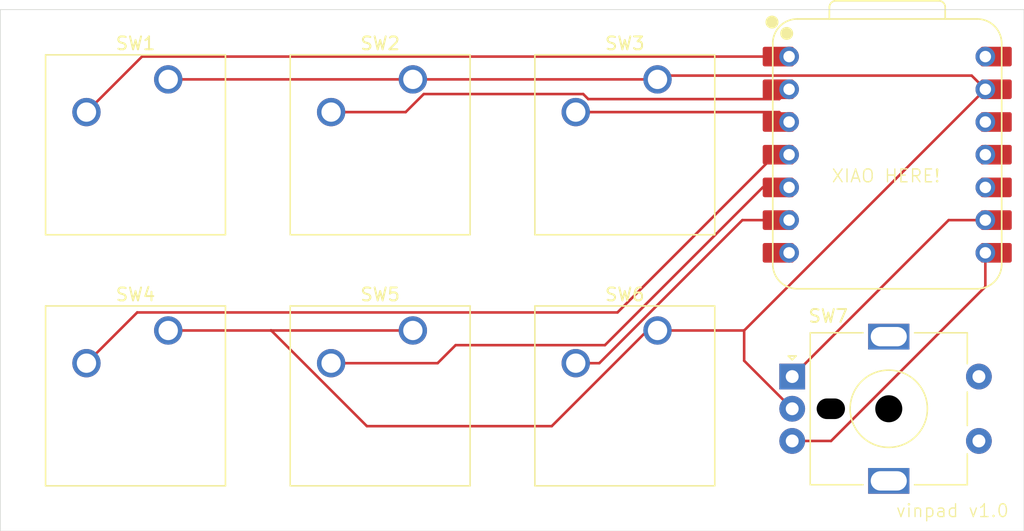
<source format=kicad_pcb>
(kicad_pcb (version 20241229) (generator "pcbnew") (generator_version "9.0")
  (layers (0 "F.Cu" signal) (2 "B.Cu" signal) (13 "F.Paste" user) (15 "B.Paste" user) (5 "F.SilkS" user "F.Silkscreen") (7 "B.SilkS" user "B.Silkscreen") (1 "F.Mask" user) (3 "B.Mask" user) (25 "Edge.Cuts" user))
  (net 0 "")
  (net 1 "GND")
  (net 2 "Net-(U1-GPIO29{slash}ADC3{slash}A3)")
  (net 3 "Net-(U1-GPIO1{slash}RX)")
  (net 4 "Net-(U1-GPIO26{slash}ADC0{slash}A0)")
  (net 5 "Net-(U1-GPIO2{slash}SCK)")
  (net 6 "Net-(U1-GPIO6{slash}SDA)")
  (net 7 "Net-(U1-GPIO7{slash}SCL)")
  (net 8 "+5V")
  (net 9 "Net-(U1-GPIO27{slash}ADC1{slash}A1)")
  (net 10 "Net-(U1-GPIO28{slash}ADC2{slash}A2)")
  (footprint "Button_Switch_Keyboard:SW_Cherry_MX_1.00u_PCB" (layer "F.Cu") (at 191.04 45.42)
    (property "Reference" "SW3" (at -2.54 -2.794 0) (layer "F.SilkS"))
    (property "Value" "SW_Push")
    (fp_line (start -9.525 -1.905) (end 4.445 -1.905) (stroke (width 0.12)) (layer "F.SilkS"))
    (fp_line (start -9.525 12.065) (end -9.525 -1.905) (stroke (width 0.12)) (layer "F.SilkS"))
    (fp_line (start 4.445 -1.905) (end 4.445 12.065) (stroke (width 0.12)) (layer "F.SilkS"))
    (fp_line (start 4.445 12.065) (end -9.525 12.065) (stroke (width 0.12)) (layer "F.SilkS"))
    (pad "" np_thru_hole circle (at -7.62 5.08) (size 1.7 1.7) (drill 1.7) (layers "*.Cu" "*.Mask"))
    (pad "" np_thru_hole circle (at -2.54 5.08) (size 4 4) (drill 4) (layers "*.Cu" "*.Mask"))
    (pad "" np_thru_hole circle (at 2.54 5.08) (size 1.7 1.7) (drill 1.7) (layers "*.Cu" "*.Mask"))
    (pad "1" thru_hole circle (at 0 0) (size 2.2 2.2) (drill 1.5) (layers "*.Cu" "*.Mask") (net 1 "GND"))
    (pad "2" thru_hole circle (at -6.35 2.54) (size 2.2 2.2) (drill 1.5) (layers "*.Cu" "*.Mask") (net 10 "Net-(U1-GPIO28{slash}ADC2{slash}A2)"))
  )
  (footprint "Button_Switch_Keyboard:SW_Cherry_MX_1.00u_PCB" (layer "F.Cu") (at 172.04 64.92)
    (property "Reference" "SW5" (at -2.54 -2.794 0) (layer "F.SilkS"))
    (property "Value" "SW_Push")
    (fp_line (start -9.525 -1.905) (end 4.445 -1.905) (stroke (width 0.12)) (layer "F.SilkS"))
    (fp_line (start -9.525 12.065) (end -9.525 -1.905) (stroke (width 0.12)) (layer "F.SilkS"))
    (fp_line (start 4.445 -1.905) (end 4.445 12.065) (stroke (width 0.12)) (layer "F.SilkS"))
    (fp_line (start 4.445 12.065) (end -9.525 12.065) (stroke (width 0.12)) (layer "F.SilkS"))
    (pad "" np_thru_hole circle (at -7.62 5.08) (size 1.7 1.7) (drill 1.7) (layers "*.Cu" "*.Mask"))
    (pad "" np_thru_hole circle (at -2.54 5.08) (size 4 4) (drill 4) (layers "*.Cu" "*.Mask"))
    (pad "" np_thru_hole circle (at 2.54 5.08) (size 1.7 1.7) (drill 1.7) (layers "*.Cu" "*.Mask"))
    (pad "1" thru_hole circle (at 0 0) (size 2.2 2.2) (drill 1.5) (layers "*.Cu" "*.Mask") (net 1 "GND"))
    (pad "2" thru_hole circle (at -6.35 2.54) (size 2.2 2.2) (drill 1.5) (layers "*.Cu" "*.Mask") (net 6 "Net-(U1-GPIO6{slash}SDA)"))
  )
  (footprint "Button_Switch_Keyboard:SW_Cherry_MX_1.00u_PCB" (layer "F.Cu") (at 191.04 64.92)
    (property "Reference" "SW6" (at -2.54 -2.794 0) (layer "F.SilkS"))
    (property "Value" "SW_Push")
    (fp_line (start -9.525 -1.905) (end 4.445 -1.905) (stroke (width 0.12)) (layer "F.SilkS"))
    (fp_line (start -9.525 12.065) (end -9.525 -1.905) (stroke (width 0.12)) (layer "F.SilkS"))
    (fp_line (start 4.445 -1.905) (end 4.445 12.065) (stroke (width 0.12)) (layer "F.SilkS"))
    (fp_line (start 4.445 12.065) (end -9.525 12.065) (stroke (width 0.12)) (layer "F.SilkS"))
    (pad "" np_thru_hole circle (at -7.62 5.08) (size 1.7 1.7) (drill 1.7) (layers "*.Cu" "*.Mask"))
    (pad "" np_thru_hole circle (at -2.54 5.08) (size 4 4) (drill 4) (layers "*.Cu" "*.Mask"))
    (pad "" np_thru_hole circle (at 2.54 5.08) (size 1.7 1.7) (drill 1.7) (layers "*.Cu" "*.Mask"))
    (pad "1" thru_hole circle (at 0 0) (size 2.2 2.2) (drill 1.5) (layers "*.Cu" "*.Mask") (net 1 "GND"))
    (pad "2" thru_hole circle (at -6.35 2.54) (size 2.2 2.2) (drill 1.5) (layers "*.Cu" "*.Mask") (net 7 "Net-(U1-GPIO7{slash}SCL)"))
  )
  (footprint "Rotary_Encoder:RotaryEncoder_Alps_EC11E-Switch_Vertical_H20mm_MountingHoles" (layer "F.Cu") (at 201.5 68.5)
    (property "Reference" "SW7" (at 2.8 -4.7 0) (layer "F.SilkS"))
    (property "Value" "RotaryEncoder")
    (fp_line (start -0.3 -1.6) (end 0.3 -1.6) (stroke (width 0.12)) (layer "F.SilkS"))
    (fp_line (start 0 -1.3) (end -0.3 -1.6) (stroke (width 0.12)) (layer "F.SilkS"))
    (fp_line (start 0.3 -1.6) (end 0 -1.3) (stroke (width 0.12)) (layer "F.SilkS"))
    (fp_line (start 1.4 -3.4) (end 1.4 8.4) (stroke (width 0.12)) (layer "F.SilkS"))
    (fp_line (start 5.5 -3.4) (end 1.4 -3.4) (stroke (width 0.12)) (layer "F.SilkS"))
    (fp_line (start 5.5 8.4) (end 1.4 8.4) (stroke (width 0.12)) (layer "F.SilkS"))
    (fp_line (start 9.5 -3.4) (end 13.6 -3.4) (stroke (width 0.12)) (layer "F.SilkS"))
    (fp_line (start 13.6 -3.4) (end 13.6 -1) (stroke (width 0.12)) (layer "F.SilkS"))
    (fp_line (start 13.6 1.2) (end 13.6 3.8) (stroke (width 0.12)) (layer "F.SilkS"))
    (fp_line (start 13.6 6) (end 13.6 8.4) (stroke (width 0.12)) (layer "F.SilkS"))
    (fp_line (start 13.6 8.4) (end 9.5 8.4) (stroke (width 0.12)) (layer "F.SilkS"))
    (fp_circle (center 7.5 2.5) (end 10.5 2.5) (stroke (width 0.12)) (fill no) (layer "F.SilkS"))
    (pad "" np_thru_hole oval (at 3 2.5) (size 2.2 1.6) (drill oval 2.2 1.6) (layers "*.Mask"))
    (pad "" np_thru_hole circle (at 7.5 2.5) (size 2.1 2.1) (drill 2.1) (layers "*.Mask"))
    (pad "A" thru_hole rect (at 0 0) (size 2 2) (drill 1) (layers "*.Cu" "*.Mask") (net 5 "Net-(U1-GPIO2{slash}SCK)"))
    (pad "B" thru_hole circle (at 0 5) (size 2 2) (drill 1) (layers "*.Cu" "*.Mask") (net 3 "Net-(U1-GPIO1{slash}RX)"))
    (pad "C" thru_hole circle (at 0 2.5) (size 2 2) (drill 1) (layers "*.Cu" "*.Mask") (net 1 "GND"))
    (pad "MP" thru_hole rect (at 7.5 -3.1) (size 3.2 2) (drill oval 2.8 1.5) (layers "*.Cu" "*.Mask"))
    (pad "MP" thru_hole rect (at 7.5 8.1) (size 3.2 2) (drill oval 2.8 1.5) (layers "*.Cu" "*.Mask"))
    (pad "S1" thru_hole circle (at 14.5 5) (size 2 2) (drill 1) (layers "*.Cu" "*.Mask"))
    (pad "S2" thru_hole circle (at 14.5 0) (size 2 2) (drill 1) (layers "*.Cu" "*.Mask"))
  )
  (footprint "Button_Switch_Keyboard:SW_Cherry_MX_1.00u_PCB" (layer "F.Cu") (at 153.04 45.42)
    (property "Reference" "SW1" (at -2.54 -2.794 0) (layer "F.SilkS"))
    (property "Value" "SW_Push")
    (fp_line (start -9.525 -1.905) (end 4.445 -1.905) (stroke (width 0.12)) (layer "F.SilkS"))
    (fp_line (start -9.525 12.065) (end -9.525 -1.905) (stroke (width 0.12)) (layer "F.SilkS"))
    (fp_line (start 4.445 -1.905) (end 4.445 12.065) (stroke (width 0.12)) (layer "F.SilkS"))
    (fp_line (start 4.445 12.065) (end -9.525 12.065) (stroke (width 0.12)) (layer "F.SilkS"))
    (pad "" np_thru_hole circle (at -7.62 5.08) (size 1.7 1.7) (drill 1.7) (layers "*.Cu" "*.Mask"))
    (pad "" np_thru_hole circle (at -2.54 5.08) (size 4 4) (drill 4) (layers "*.Cu" "*.Mask"))
    (pad "" np_thru_hole circle (at 2.54 5.08) (size 1.7 1.7) (drill 1.7) (layers "*.Cu" "*.Mask"))
    (pad "1" thru_hole circle (at 0 0) (size 2.2 2.2) (drill 1.5) (layers "*.Cu" "*.Mask") (net 1 "GND"))
    (pad "2" thru_hole circle (at -6.35 2.54) (size 2.2 2.2) (drill 1.5) (layers "*.Cu" "*.Mask") (net 4 "Net-(U1-GPIO26{slash}ADC0{slash}A0)"))
  )
  (footprint "OPL:XIAO-RP2040-DIP" (layer "F.Cu") (at 208.88 51.2685)
    (property "Reference" "U1" (hide yes))
    (property "Value" "XIAO-RP2040-DIP")
    (fp_line (start -8.89 8.509) (end -8.89 -8.636) (stroke (width 0.127)) (layer "F.SilkS"))
    (fp_line (start -6.985 10.414) (end 6.985 10.414) (stroke (width 0.127)) (layer "F.SilkS"))
    (fp_line (start -4.495 -10.541) (end -4.491272 -11.451272) (stroke (width 0.127)) (layer "F.SilkS"))
    (fp_line (start -3.991272 -11.951) (end 4.004 -11.951) (stroke (width 0.127)) (layer "F.SilkS"))
    (fp_line (start 4.504 -11.451) (end 4.504 -10.541) (stroke (width 0.127)) (layer "F.SilkS"))
    (fp_line (start 6.985 -10.541) (end -6.985 -10.541) (stroke (width 0.1)) (layer "F.SilkS"))
    (fp_line (start 6.985 -10.541) (end -6.985 -10.541) (stroke (width 0.127)) (layer "F.SilkS"))
    (fp_line (start 8.89 8.509) (end 8.89 -8.636) (stroke (width 0.127)) (layer "F.SilkS"))
    (fp_arc (start -8.89 -8.636) (mid -8.332038 -9.983038) (end -6.985 -10.541) (stroke (width 0.127)) (layer "F.SilkS"))
    (fp_arc (start -6.985 10.414) (mid -8.332038 9.856038) (end -8.89 8.509) (stroke (width 0.127)) (layer "F.SilkS"))
    (fp_arc (start -4.491272 -11.451272) (mid -4.344728 -11.80464) (end -3.991272 -11.951) (stroke (width 0.127)) (layer "F.SilkS"))
    (fp_arc (start 4.004 -11.951) (mid 4.357553 -11.804553) (end 4.504 -11.451) (stroke (width 0.127)) (layer "F.SilkS"))
    (fp_arc (start 6.985 -10.541) (mid 8.332038 -9.983038) (end 8.89 -8.636) (stroke (width 0.127)) (layer "F.SilkS"))
    (fp_arc (start 8.89 8.509) (mid 8.332038 9.856038) (end 6.985 10.414) (stroke (width 0.127)) (layer "F.SilkS"))
    (fp_circle (center -8.95 -10.3) (end -8.95 -10.554) (stroke (width 0.5)) (fill yes) (layer "F.SilkS"))
    (fp_circle (center -7.807 -9.42) (end -7.807 -9.674) (stroke (width 0.5)) (fill yes) (layer "F.SilkS"))
    (pad "1" smd roundrect (at -8.455 -7.62 180) (size 2.432 1.524) (layers "F.Cu" "F.Mask") (roundrect_rratio 0.1) (net 4 "Net-(U1-GPIO26{slash}ADC0{slash}A0)"))
    (pad "1" thru_hole circle (at -7.62 -7.62 180) (size 1.524 1.524) (drill 0.889) (layers "*.Cu" "*.Mask") (net 4 "Net-(U1-GPIO26{slash}ADC0{slash}A0)"))
    (pad "2" smd roundrect (at -8.455 -5.08 180) (size 2.432 1.524) (layers "F.Cu" "F.Mask") (roundrect_rratio 0.1) (net 9 "Net-(U1-GPIO27{slash}ADC1{slash}A1)"))
    (pad "2" thru_hole circle (at -7.62 -5.08 180) (size 1.524 1.524) (drill 0.889) (layers "*.Cu" "*.Mask") (net 9 "Net-(U1-GPIO27{slash}ADC1{slash}A1)"))
    (pad "3" smd roundrect (at -8.455 -2.54 180) (size 2.432 1.524) (layers "F.Cu" "F.Mask") (roundrect_rratio 0.1) (net 10 "Net-(U1-GPIO28{slash}ADC2{slash}A2)"))
    (pad "3" thru_hole circle (at -7.62 -2.54 180) (size 1.524 1.524) (drill 0.889) (layers "*.Cu" "*.Mask") (net 10 "Net-(U1-GPIO28{slash}ADC2{slash}A2)"))
    (pad "4" smd roundrect (at -8.455 0 180) (size 2.432 1.524) (layers "F.Cu" "F.Mask") (roundrect_rratio 0.1) (net 2 "Net-(U1-GPIO29{slash}ADC3{slash}A3)"))
    (pad "4" thru_hole circle (at -7.62 0 180) (size 1.524 1.524) (drill 0.889) (layers "*.Cu" "*.Mask") (net 2 "Net-(U1-GPIO29{slash}ADC3{slash}A3)"))
    (pad "5" smd roundrect (at -8.455 2.54 180) (size 2.432 1.524) (layers "F.Cu" "F.Mask") (roundrect_rratio 0.1) (net 6 "Net-(U1-GPIO6{slash}SDA)"))
    (pad "5" thru_hole circle (at -7.62 2.54 180) (size 1.524 1.524) (drill 0.889) (layers "*.Cu" "*.Mask") (net 6 "Net-(U1-GPIO6{slash}SDA)"))
    (pad "6" smd roundrect (at -8.455 5.08 180) (size 2.432 1.524) (layers "F.Cu" "F.Mask") (roundrect_rratio 0.1) (net 7 "Net-(U1-GPIO7{slash}SCL)"))
    (pad "6" thru_hole circle (at -7.62 5.08 180) (size 1.524 1.524) (drill 0.889) (layers "*.Cu" "*.Mask") (net 7 "Net-(U1-GPIO7{slash}SCL)"))
    (pad "7" smd roundrect (at -8.455 7.62 180) (size 2.432 1.524) (layers "F.Cu" "F.Mask") (roundrect_rratio 0.1))
    (pad "7" thru_hole circle (at -7.62 7.62 180) (size 1.524 1.524) (drill 0.889) (layers "*.Cu" "*.Mask"))
    (pad "8" thru_hole circle (at 7.62 7.62) (size 1.524 1.524) (drill 0.889) (layers "*.Cu" "*.Mask") (net 3 "Net-(U1-GPIO1{slash}RX)"))
    (pad "8" smd roundrect (at 8.455 7.62) (size 2.432 1.524) (layers "F.Cu" "F.Mask") (roundrect_rratio 0.1) (net 3 "Net-(U1-GPIO1{slash}RX)"))
    (pad "9" thru_hole circle (at 7.62 5.08) (size 1.524 1.524) (drill 0.889) (layers "*.Cu" "*.Mask") (net 5 "Net-(U1-GPIO2{slash}SCK)"))
    (pad "9" smd roundrect (at 8.455 5.08) (size 2.432 1.524) (layers "F.Cu" "F.Mask") (roundrect_rratio 0.1) (net 5 "Net-(U1-GPIO2{slash}SCK)"))
    (pad "10" thru_hole circle (at 7.62 2.54) (size 1.524 1.524) (drill 0.889) (layers "*.Cu" "*.Mask"))
    (pad "10" smd roundrect (at 8.455 2.54) (size 2.432 1.524) (layers "F.Cu" "F.Mask") (roundrect_rratio 0.1))
    (pad "11" thru_hole circle (at 7.62 0) (size 1.524 1.524) (drill 0.889) (layers "*.Cu" "*.Mask"))
    (pad "11" smd roundrect (at 8.455 0) (size 2.432 1.524) (layers "F.Cu" "F.Mask") (roundrect_rratio 0.1))
    (pad "12" thru_hole circle (at 7.62 -2.54) (size 1.524 1.524) (drill 0.889) (layers "*.Cu" "*.Mask"))
    (pad "12" smd roundrect (at 8.455 -2.54) (size 2.432 1.524) (layers "F.Cu" "F.Mask") (roundrect_rratio 0.1))
    (pad "13" thru_hole circle (at 7.62 -5.08) (size 1.524 1.524) (drill 0.889) (layers "*.Cu" "*.Mask") (net 1 "GND"))
    (pad "13" smd roundrect (at 8.455 -5.08) (size 2.432 1.524) (layers "F.Cu" "F.Mask") (roundrect_rratio 0.1) (net 1 "GND"))
    (pad "14" thru_hole circle (at 7.62 -7.62) (size 1.524 1.524) (drill 0.889) (layers "*.Cu" "*.Mask") (net 8 "+5V"))
    (pad "14" smd roundrect (at 8.455 -7.62) (size 2.432 1.524) (layers "F.Cu" "F.Mask") (roundrect_rratio 0.1) (net 8 "+5V"))
  )
  (footprint "Button_Switch_Keyboard:SW_Cherry_MX_1.00u_PCB" (layer "F.Cu") (at 172.04 45.42)
    (property "Reference" "SW2" (at -2.54 -2.794 0) (layer "F.SilkS"))
    (property "Value" "SW_Push")
    (fp_line (start -9.525 -1.905) (end 4.445 -1.905) (stroke (width 0.12)) (layer "F.SilkS"))
    (fp_line (start -9.525 12.065) (end -9.525 -1.905) (stroke (width 0.12)) (layer "F.SilkS"))
    (fp_line (start 4.445 -1.905) (end 4.445 12.065) (stroke (width 0.12)) (layer "F.SilkS"))
    (fp_line (start 4.445 12.065) (end -9.525 12.065) (stroke (width 0.12)) (layer "F.SilkS"))
    (pad "" np_thru_hole circle (at -7.62 5.08) (size 1.7 1.7) (drill 1.7) (layers "*.Cu" "*.Mask"))
    (pad "" np_thru_hole circle (at -2.54 5.08) (size 4 4) (drill 4) (layers "*.Cu" "*.Mask"))
    (pad "" np_thru_hole circle (at 2.54 5.08) (size 1.7 1.7) (drill 1.7) (layers "*.Cu" "*.Mask"))
    (pad "1" thru_hole circle (at 0 0) (size 2.2 2.2) (drill 1.5) (layers "*.Cu" "*.Mask") (net 1 "GND"))
    (pad "2" thru_hole circle (at -6.35 2.54) (size 2.2 2.2) (drill 1.5) (layers "*.Cu" "*.Mask") (net 9 "Net-(U1-GPIO27{slash}ADC1{slash}A1)"))
  )
  (footprint "Button_Switch_Keyboard:SW_Cherry_MX_1.00u_PCB" (layer "F.Cu") (at 153.04 64.92)
    (property "Reference" "SW4" (at -2.54 -2.794 0) (layer "F.SilkS"))
    (property "Value" "SW_Push")
    (fp_line (start -9.525 -1.905) (end 4.445 -1.905) (stroke (width 0.12)) (layer "F.SilkS"))
    (fp_line (start -9.525 12.065) (end -9.525 -1.905) (stroke (width 0.12)) (layer "F.SilkS"))
    (fp_line (start 4.445 -1.905) (end 4.445 12.065) (stroke (width 0.12)) (layer "F.SilkS"))
    (fp_line (start 4.445 12.065) (end -9.525 12.065) (stroke (width 0.12)) (layer "F.SilkS"))
    (pad "" np_thru_hole circle (at -7.62 5.08) (size 1.7 1.7) (drill 1.7) (layers "*.Cu" "*.Mask"))
    (pad "" np_thru_hole circle (at -2.54 5.08) (size 4 4) (drill 4) (layers "*.Cu" "*.Mask"))
    (pad "" np_thru_hole circle (at 2.54 5.08) (size 1.7 1.7) (drill 1.7) (layers "*.Cu" "*.Mask"))
    (pad "1" thru_hole circle (at 0 0) (size 2.2 2.2) (drill 1.5) (layers "*.Cu" "*.Mask") (net 1 "GND"))
    (pad "2" thru_hole circle (at -6.35 2.54) (size 2.2 2.2) (drill 1.5) (layers "*.Cu" "*.Mask") (net 2 "Net-(U1-GPIO29{slash}ADC3{slash}A3)"))
  )
  (gr_rect (start 140 40) (end 219.5 80.5) (stroke (width 0.05)) (fill no) (layer "Edge.Cuts"))
  (gr_text "XIAO HERE!" (at 204.5 53.5 0) (layer "F.SilkS") (effects (font (size 1 1) (thickness 0.1)) (justify left bottom)))
  (gr_text "vinpad v1.0" (at 209.5 79.5 0) (layer "F.SilkS") (effects (font (size 1 1) (thickness 0.1)) (justify left bottom)))
  (segment (start 172.04 45.42) (end 153.04 45.42) (width 0.2) (layer "F.Cu") (net 1))
  (segment (start 201.5 71) (end 197.7685 67.2685) (width 0.2) (layer "F.Cu") (net 1))
  (segment (start 161 64.92) (end 153.04 64.92) (width 0.2) (layer "F.Cu") (net 1))
  (segment (start 182.824184 72.351) (end 168.46947 72.351) (width 0.2) (layer "F.Cu") (net 1))
  (segment (start 161.03847 64.92) (end 161 64.92) (width 0.2) (layer "F.Cu") (net 1))
  (segment (start 191.3345 45.1255) (end 191.04 45.42) (width 0.2) (layer "F.Cu") (net 1))
  (segment (start 190.255184 64.92) (end 182.824184 72.351) (width 0.2) (layer "F.Cu") (net 1))
  (segment (start 216.5 46.1885) (end 215.437 45.1255) (width 0.2) (layer "F.Cu") (net 1))
  (segment (start 197.7685 67.2685) (end 197.7685 64.92) (width 0.2) (layer "F.Cu") (net 1))
  (segment (start 191.04 45.42) (end 172.04 45.42) (width 0.2) (layer "F.Cu") (net 1))
  (segment (start 168.46947 72.351) (end 161.03847 64.92) (width 0.2) (layer "F.Cu") (net 1))
  (segment (start 191.04 64.92) (end 197.7685 64.92) (width 0.2) (layer "F.Cu") (net 1))
  (segment (start 215.437 45.1255) (end 191.3345 45.1255) (width 0.2) (layer "F.Cu") (net 1))
  (segment (start 191.04 64.92) (end 190.255184 64.92) (width 0.2) (layer "F.Cu") (net 1))
  (segment (start 197.7685 64.92) (end 216.5 46.1885) (width 0.2) (layer "F.Cu") (net 1))
  (segment (start 161 64.92) (end 172.04 64.92) (width 0.2) (layer "F.Cu") (net 1))
  (segment (start 187.93187 63.519) (end 200.18237 51.2685) (width 0.2) (layer "F.Cu") (net 2))
  (segment (start 200.18237 51.2685) (end 201.26 51.2685) (width 0.2) (layer "F.Cu") (net 2))
  (segment (start 150.631 63.519) (end 187.93187 63.519) (width 0.2) (layer "F.Cu") (net 2))
  (segment (start 146.69 67.46) (end 150.631 63.519) (width 0.2) (layer "F.Cu") (net 2))
  (segment (start 204.518687 73.5) (end 216.5 61.518687) (width 0.2) (layer "F.Cu") (net 3))
  (segment (start 201.5 73.5) (end 204.518687 73.5) (width 0.2) (layer "F.Cu") (net 3))
  (segment (start 216.5 61.518687) (end 216.5 58.8885) (width 0.2) (layer "F.Cu") (net 3))
  (segment (start 151.0015 43.6485) (end 201.26 43.6485) (width 0.2) (layer "F.Cu") (net 4))
  (segment (start 146.69 47.96) (end 151.0015 43.6485) (width 0.2) (layer "F.Cu") (net 4))
  (segment (start 213.6515 56.3485) (end 216.5 56.3485) (width 0.2) (layer "F.Cu") (net 5))
  (segment (start 201.5 68.5) (end 213.6515 56.3485) (width 0.2) (layer "F.Cu") (net 5))
  (segment (start 173.96 67.46) (end 175.361 66.059) (width 0.2) (layer "F.Cu") (net 6))
  (segment (start 199.209 53.8085) (end 200.425 53.8085) (width 0.2) (layer "F.Cu") (net 6))
  (segment (start 186.9585 66.059) (end 199.209 53.8085) (width 0.2) (layer "F.Cu") (net 6))
  (segment (start 175.361 66.059) (end 186.9585 66.059) (width 0.2) (layer "F.Cu") (net 6))
  (segment (start 165.69 67.46) (end 173.96 67.46) (width 0.2) (layer "F.Cu") (net 6))
  (segment (start 197.630186 56.3485) (end 201.26 56.3485) (width 0.2) (layer "F.Cu") (net 7))
  (segment (start 186.518686 67.46) (end 197.630186 56.3485) (width 0.2) (layer "F.Cu") (net 7))
  (segment (start 184.69 67.46) (end 186.518686 67.46) (width 0.2) (layer "F.Cu") (net 7))
  (segment (start 185.270314 46.559) (end 172.882314 46.559) (width 0.2) (layer "F.Cu") (net 9))
  (segment (start 172.882314 46.559) (end 171.481314 47.96) (width 0.2) (layer "F.Cu") (net 9))
  (segment (start 171.481314 47.96) (end 165.69 47.96) (width 0.2) (layer "F.Cu") (net 9))
  (segment (start 200.498001 46.950499) (end 185.661813 46.950499) (width 0.2) (layer "F.Cu") (net 9))
  (segment (start 201.26 46.1885) (end 200.498001 46.950499) (width 0.2) (layer "F.Cu") (net 9))
  (segment (start 185.661813 46.950499) (end 185.270314 46.559) (width 0.2) (layer "F.Cu") (net 9))
  (segment (start 184.69 47.96) (end 200.4915 47.96) (width 0.2) (layer "F.Cu") (net 10))
  (segment (start 200.4915 47.96) (end 201.26 48.7285) (width 0.2) (layer "F.Cu") (net 10))
)
</source>
